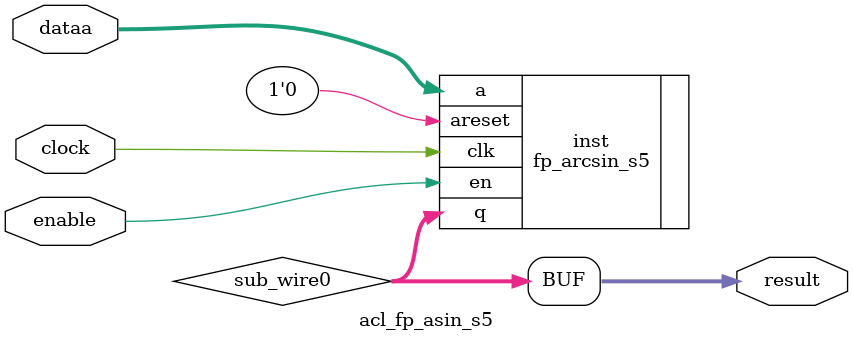
<source format=v>

`timescale 1 ps / 1 ps
// synopsys translate_on
module acl_fp_asin_s5 (
	enable,
	clock,
	dataa,
	result);

	input	  enable;
	input	  clock;
	input	[31:0]  dataa;
	output	[31:0]  result;

	wire [31:0] sub_wire0;
	wire [31:0] result = sub_wire0[31:0];

	fp_arcsin_s5	inst (
				.en (enable),
        .areset(1'b0),
				.clk(clock),
				.a(dataa),
				.q(sub_wire0));

endmodule

</source>
